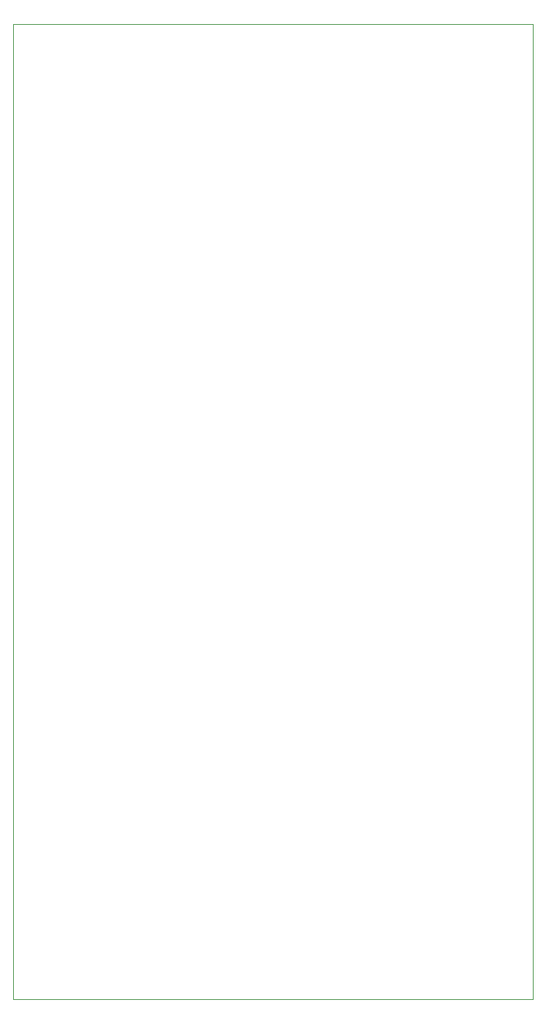
<source format=gm1>
G04 #@! TF.GenerationSoftware,KiCad,Pcbnew,7.0.10*
G04 #@! TF.CreationDate,2024-03-26T16:12:50-07:00*
G04 #@! TF.ProjectId,optLowPass,6f70744c-6f77-4506-9173-732e6b696361,rev?*
G04 #@! TF.SameCoordinates,Original*
G04 #@! TF.FileFunction,Profile,NP*
%FSLAX46Y46*%
G04 Gerber Fmt 4.6, Leading zero omitted, Abs format (unit mm)*
G04 Created by KiCad (PCBNEW 7.0.10) date 2024-03-26 16:12:50*
%MOMM*%
%LPD*%
G01*
G04 APERTURE LIST*
G04 #@! TA.AperFunction,Profile*
%ADD10C,0.100000*%
G04 #@! TD*
G04 APERTURE END LIST*
D10*
X79100000Y-40000000D02*
X139350000Y-40000000D01*
X139350000Y-153000000D01*
X79100000Y-153000000D01*
X79100000Y-40000000D01*
M02*

</source>
